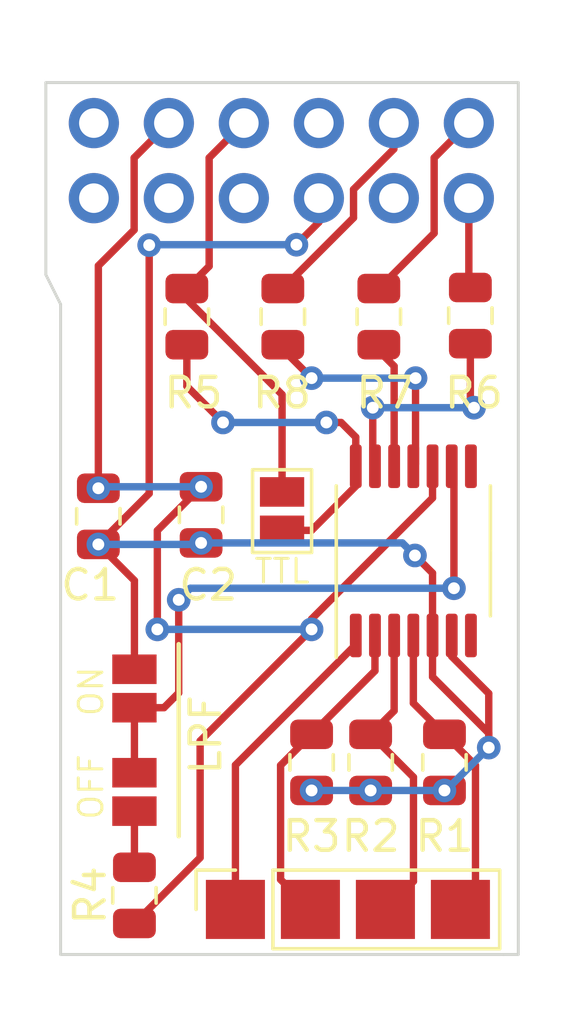
<source format=kicad_pcb>
(kicad_pcb (version 20221018) (generator pcbnew)
  (layers (0 "F.Cu" signal) (31 "B.Cu" signal) (34 "B.Paste" user) (35 "F.Paste" user) (36 "B.SilkS" user "B.Silkscreen") (37 "F.SilkS" user "F.Silkscreen") (38 "B.Mask" user) (39 "F.Mask" user) (44 "Edge.Cuts" user))
  (net 0 "")
  (net 1 "VCC")
  (net 2 "GND")
  (net 3 "/CSync")
  (net 4 "/R")
  (net 5 "/G")
  (net 6 "/B")
  (net 7 "/G'")
  (net 8 "/R'")
  (net 9 "/B'")
  (net 13 "/CSync'")
  (net 14 "Net-(JP2-B)")
  (net 16 "Net-(JP3-A)")
  (net 19 "Net-(JP1-B)")
  (net 20 "Net-(U1-CH2_OUT)")
  (net 21 "Net-(U1-CH3_OUT)")
  (net 22 "Net-(U1-CH4_OUT)")
  (footprint "Capacitor_SMD:C_0805_2012Metric" (layer "F.Cu") (at 128.778 84.1756 -90)
    (fp_text reference "C1" (at 2.3244 0.278 -180) (layer "F.SilkS"))
    (fp_text value "1uF")
    (fp_line (start -0.261252 -0.735) (end 0.261252 -0.735) (stroke (width 0.12)) (layer "F.SilkS"))
    (fp_line (start -0.261252 0.735) (end 0.261252 0.735) (stroke (width 0.12)) (layer "F.SilkS"))
    (pad "1" smd roundrect (at -0.95 0 270) (size 1 1.45) (layers "F.Cu" "F.Paste" "F.Mask") (net 1 "VCC"))
    (pad "2" smd roundrect (at 0.95 0 270) (size 1 1.45) (layers "F.Cu" "F.Paste" "F.Mask") (net 2 "GND"))
  )
  (footprint "Jumper:SolderJumper-2_P1.3mm_Open_Pad1.0x1.5mm" (layer "F.Cu") (at 130 93.5 -90)
    (fp_text reference "JP2" hide)
    (fp_text value "J_LPF_OFF")
    (pad "1" smd rect (at -0.65 0 270) (size 1 1.5) (layers "F.Cu" "F.Mask") (net 19 "Net-(JP1-B)"))
    (pad "2" smd rect (at 0.65 0 270) (size 1 1.5) (layers "F.Cu" "F.Mask") (net 14 "Net-(JP2-B)"))
  )
  (footprint "Package_SO:TSSOP-14_4.4x5mm_P0.65mm" (layer "F.Cu") (at 139.446 85.344 90)
    (fp_text reference "U1" hide)
    (fp_text value "THS7374")
    (fp_line (start 0 -2.61) (end -3.6 -2.61) (stroke (width 0.12)) (layer "F.SilkS"))
    (fp_line (start 0 -2.61) (end 2.2 -2.61) (stroke (width 0.12)) (layer "F.SilkS"))
    (fp_line (start 0 2.61) (end -2.2 2.61) (stroke (width 0.12)) (layer "F.SilkS"))
    (fp_line (start 0 2.61) (end 2.2 2.61) (stroke (width 0.12)) (layer "F.SilkS"))
    (pad "1" smd roundrect (at -2.8625 -1.95 90) (size 1.475 0.4) (layers "F.Cu" "F.Paste" "F.Mask") (net 3 "/CSync"))
    (pad "2" smd roundrect (at -2.8625 -1.3 90) (size 1.475 0.4) (layers "F.Cu" "F.Paste" "F.Mask") (net 4 "/R"))
    (pad "3" smd roundrect (at -2.8625 -0.65 90) (size 1.475 0.4) (layers "F.Cu" "F.Paste" "F.Mask") (net 5 "/G"))
    (pad "4" smd roundrect (at -2.8625 0 90) (size 1.475 0.4) (layers "F.Cu" "F.Paste" "F.Mask") (net 6 "/B"))
    (pad "5" smd roundrect (at -2.8625 0.65 90) (size 1.475 0.4) (layers "F.Cu" "F.Paste" "F.Mask") (net 2 "GND"))
    (pad "6" smd roundrect (at -2.8625 1.3 90) (size 1.475 0.4) (layers "F.Cu" "F.Paste" "F.Mask") (net 2 "GND"))
    (pad "7" smd roundrect (at -2.8625 1.95 90) (size 1.475 0.4) (layers "F.Cu" "F.Paste" "F.Mask"))
    (pad "8" smd roundrect (at 2.8625 1.95 90) (size 1.475 0.4) (layers "F.Cu" "F.Paste" "F.Mask"))
    (pad "9" smd roundrect (at 2.8625 1.3 90) (size 1.475 0.4) (layers "F.Cu" "F.Paste" "F.Mask") (net 19 "Net-(JP1-B)"))
    (pad "10" smd roundrect (at 2.8625 0.65 90) (size 1.475 0.4) (layers "F.Cu" "F.Paste" "F.Mask") (net 1 "VCC"))
    (pad "11" smd roundrect (at 2.8625 0 90) (size 1.475 0.4) (layers "F.Cu" "F.Paste" "F.Mask") (net 22 "Net-(U1-CH4_OUT)"))
    (pad "12" smd roundrect (at 2.8625 -0.65 90) (size 1.475 0.4) (layers "F.Cu" "F.Paste" "F.Mask") (net 21 "Net-(U1-CH3_OUT)"))
    (pad "13" smd roundrect (at 2.8625 -1.3 90) (size 1.475 0.4) (layers "F.Cu" "F.Paste" "F.Mask") (net 20 "Net-(U1-CH2_OUT)"))
    (pad "14" smd roundrect (at 2.8625 -1.95 90) (size 1.475 0.4) (layers "F.Cu" "F.Paste" "F.Mask") (net 16 "Net-(JP3-A)"))
  )
  (footprint "Capacitor_SMD:C_0805_2012Metric" (layer "F.Cu") (at 131.7752 77.4192 -90)
    (fp_text reference "R5" (at 2.5808 -0.2248 -180) (layer "F.SilkS"))
    (fp_text value "75")
    (fp_line (start -0.261252 -0.735) (end 0.261252 -0.735) (stroke (width 0.12)) (layer "F.SilkS"))
    (fp_line (start -0.261252 0.735) (end 0.261252 0.735) (stroke (width 0.12)) (layer "F.SilkS"))
    (pad "1" smd roundrect (at -0.95 0 270) (size 1 1.45) (layers "F.Cu" "F.Paste" "F.Mask") (net 13 "/CSync'"))
    (pad "2" smd roundrect (at 0.95 0 270) (size 1 1.45) (layers "F.Cu" "F.Paste" "F.Mask") (net 16 "Net-(JP3-A)"))
  )
  (footprint "Capacitor_SMD:C_0805_2012Metric" (layer "F.Cu") (at 130 97 -90)
    (fp_text reference "R4" (at 0 1.5 90) (layer "F.SilkS"))
    (fp_text value "10K")
    (fp_line (start -0.261252 -0.735) (end 0.261252 -0.735) (stroke (width 0.12)) (layer "F.SilkS"))
    (fp_line (start -0.261252 0.735) (end 0.261252 0.735) (stroke (width 0.12)) (layer "F.SilkS"))
    (pad "1" smd roundrect (at -0.95 0 270) (size 1 1.45) (layers "F.Cu" "F.Paste" "F.Mask") (net 14 "Net-(JP2-B)"))
    (pad "2" smd roundrect (at 0.95 0 270) (size 1 1.45) (layers "F.Cu" "F.Paste" "F.Mask") (net 1 "VCC"))
  )
  (footprint "Capacitor_SMD:C_0805_2012Metric" (layer "F.Cu") (at 136 92.5 90)
    (fp_text reference "R3" (at -2.5 0 180) (layer "F.SilkS"))
    (fp_text value "750")
    (fp_line (start -0.261252 -0.735) (end 0.261252 -0.735) (stroke (width 0.12)) (layer "F.SilkS"))
    (fp_line (start -0.261252 0.735) (end 0.261252 0.735) (stroke (width 0.12)) (layer "F.SilkS"))
    (pad "1" smd roundrect (at -0.95 0 90) (size 1 1.45) (layers "F.Cu" "F.Paste" "F.Mask") (net 2 "GND"))
    (pad "2" smd roundrect (at 0.95 0 90) (size 1 1.45) (layers "F.Cu" "F.Paste" "F.Mask") (net 4 "/R"))
  )
  (footprint "Connector_PinSocket_2.54mm:PinSocket_1x04_P2.54mm_Vertical" (layer "F.Cu") (at 133.42 97.475 90)
    (fp_text reference "J1" hide)
    (fp_text value "RGB_Input")
    (fp_line (start -1.33 1.27) (end -1.33 8.95) (stroke (width 0.12)) (layer "F.SilkS"))
    (fp_line (start -1.33 1.27) (end 1.33 1.27) (stroke (width 0.12)) (layer "F.SilkS"))
    (fp_line (start -1.33 8.95) (end 1.33 8.95) (stroke (width 0.12)) (layer "F.SilkS"))
    (fp_line (start 0 -1.33) (end 1.33 -1.33) (stroke (width 0.12)) (layer "F.SilkS"))
    (fp_line (start 1.33 -1.33) (end 1.33 0) (stroke (width 0.12)) (layer "F.SilkS"))
    (fp_line (start 1.33 1.27) (end 1.33 8.95) (stroke (width 0.12)) (layer "F.SilkS"))
    (pad "1" smd rect (at 0 0 90) (size 2 2) (layers "F.Cu" "F.Paste" "F.Mask") (net 3 "/CSync"))
    (pad "2" smd rect (at 0 2.54 90) (size 2 2) (layers "F.Cu" "F.Paste" "F.Mask") (net 4 "/R"))
    (pad "3" smd rect (at 0 5.08 90) (size 2 2) (layers "F.Cu" "F.Paste" "F.Mask") (net 5 "/G"))
    (pad "4" smd rect (at 0 7.62 90) (size 2 2) (layers "F.Cu" "F.Paste" "F.Mask") (net 6 "/B"))
  )
  (footprint "Jumper:SolderJumper-2_P1.3mm_Open_Pad1.0x1.5mm" (layer "F.Cu") (at 130 90 -90)
    (fp_text reference "JP1" hide)
    (fp_text value "J_LPF_ON")
    (pad "1" smd rect (at -0.65 0 270) (size 1 1.5) (layers "F.Cu" "F.Mask") (net 2 "GND"))
    (pad "2" smd rect (at 0.65 0 270) (size 1 1.5) (layers "F.Cu" "F.Mask") (net 19 "Net-(JP1-B)"))
  )
  (footprint "Capacitor_SMD:C_0805_2012Metric" (layer "F.Cu") (at 138 92.5 90)
    (fp_text reference "R2" (at -2.5 0 180) (layer "F.SilkS"))
    (fp_text value "750")
    (fp_line (start -0.261252 -0.735) (end 0.261252 -0.735) (stroke (width 0.12)) (layer "F.SilkS"))
    (fp_line (start -0.261252 0.735) (end 0.261252 0.735) (stroke (width 0.12)) (layer "F.SilkS"))
    (pad "1" smd roundrect (at -0.95 0 90) (size 1 1.45) (layers "F.Cu" "F.Paste" "F.Mask") (net 2 "GND"))
    (pad "2" smd roundrect (at 0.95 0 90) (size 1 1.45) (layers "F.Cu" "F.Paste" "F.Mask") (net 5 "/G"))
  )
  (footprint "Capacitor_SMD:C_0805_2012Metric" (layer "F.Cu") (at 138.2776 77.4192 -90)
    (fp_text reference "R7" (at 2.5808 -0.2224 -180) (layer "F.SilkS"))
    (fp_text value "75")
    (fp_line (start -0.261252 -0.735) (end 0.261252 -0.735) (stroke (width 0.12)) (layer "F.SilkS"))
    (fp_line (start -0.261252 0.735) (end 0.261252 0.735) (stroke (width 0.12)) (layer "F.SilkS"))
    (pad "1" smd roundrect (at -0.95 0 270) (size 1 1.45) (layers "F.Cu" "F.Paste" "F.Mask") (net 7 "/G'"))
    (pad "2" smd roundrect (at 0.95 0 270) (size 1 1.45) (layers "F.Cu" "F.Paste" "F.Mask") (net 21 "Net-(U1-CH3_OUT)"))
  )
  (footprint "Capacitor_SMD:C_0805_2012Metric" (layer "F.Cu") (at 135.0264 77.4192 -90)
    (fp_text reference "R8" (at 2.5808 0.0264 -180) (layer "F.SilkS"))
    (fp_text value "75")
    (fp_line (start -0.261252 -0.735) (end 0.261252 -0.735) (stroke (width 0.12)) (layer "F.SilkS"))
    (fp_line (start -0.261252 0.735) (end 0.261252 0.735) (stroke (width 0.12)) (layer "F.SilkS"))
    (pad "1" smd roundrect (at -0.95 0 270) (size 1 1.45) (layers "F.Cu" "F.Paste" "F.Mask") (net 9 "/B'"))
    (pad "2" smd roundrect (at 0.95 0 270) (size 1 1.45) (layers "F.Cu" "F.Paste" "F.Mask") (net 22 "Net-(U1-CH4_OUT)"))
  )
  (footprint "Capacitor_SMD:C_0805_2012Metric" (layer "F.Cu") (at 140.5 92.5 90)
    (fp_text reference "R1" (at -2.5 0 180) (layer "F.SilkS"))
    (fp_text value "750")
    (fp_line (start -0.261252 -0.735) (end 0.261252 -0.735) (stroke (width 0.12)) (layer "F.SilkS"))
    (fp_line (start -0.261252 0.735) (end 0.261252 0.735) (stroke (width 0.12)) (layer "F.SilkS"))
    (pad "1" smd roundrect (at -0.95 0 90) (size 1 1.45) (layers "F.Cu" "F.Paste" "F.Mask") (net 2 "GND"))
    (pad "2" smd roundrect (at 0.95 0 90) (size 1 1.45) (layers "F.Cu" "F.Paste" "F.Mask") (net 6 "/B"))
  )
  (footprint "Capacitor_SMD:C_0805_2012Metric" (layer "F.Cu") (at 141.3764 77.3836 -90)
    (fp_text reference "R6" (at 2.6164 -0.1236 -180) (layer "F.SilkS"))
    (fp_text value "75")
    (fp_line (start -0.261252 -0.735) (end 0.261252 -0.735) (stroke (width 0.12)) (layer "F.SilkS"))
    (fp_line (start -0.261252 0.735) (end 0.261252 0.735) (stroke (width 0.12)) (layer "F.SilkS"))
    (pad "1" smd roundrect (at -0.95 0 270) (size 1 1.45) (layers "F.Cu" "F.Paste" "F.Mask") (net 8 "/R'"))
    (pad "2" smd roundrect (at 0.95 0 270) (size 1 1.45) (layers "F.Cu" "F.Paste" "F.Mask") (net 20 "Net-(U1-CH2_OUT)"))
  )
  (footprint "Jumper:SolderJumper-2_P1.3mm_Open_Pad1.0x1.5mm" (layer "F.Cu") (at 135 84 90)
    (fp_text reference "JP3" hide)
    (fp_text value "J_TTL")
    (fp_line (start -1.4 -1) (end 1.4 -1) (stroke (width 0.12)) (layer "F.SilkS"))
    (fp_line (start -1.4 1) (end -1.4 -1) (stroke (width 0.12)) (layer "F.SilkS"))
    (fp_line (start 1.4 -1) (end 1.4 1) (stroke (width 0.12)) (layer "F.SilkS"))
    (fp_line (start 1.4 1) (end -1.4 1) (stroke (width 0.12)) (layer "F.SilkS"))
    (pad "1" smd rect (at -0.65 0 90) (size 1 1.5) (layers "F.Cu" "F.Mask") (net 16 "Net-(JP3-A)"))
    (pad "2" smd rect (at 0.65 0 90) (size 1 1.5) (layers "F.Cu" "F.Mask") (net 13 "/CSync'"))
  )
  (footprint "Capacitor_SMD:C_0805_2012Metric" (layer "F.Cu") (at 132.2578 84.1248 -90)
    (fp_text reference "C2" (at 2.3752 -0.2422 -180) (layer "F.SilkS"))
    (fp_text value "0.1uF")
    (fp_line (start -0.261252 -0.735) (end 0.261252 -0.735) (stroke (width 0.12)) (layer "F.SilkS"))
    (fp_line (start -0.261252 0.735) (end 0.261252 0.735) (stroke (width 0.12)) (layer "F.SilkS"))
    (pad "1" smd roundrect (at -0.95 0 270) (size 1 1.45) (layers "F.Cu" "F.Paste" "F.Mask") (net 1 "VCC"))
    (pad "2" smd roundrect (at 0.95 0 270) (size 1 1.45) (layers "F.Cu" "F.Paste" "F.Mask") (net 2 "GND"))
  )
  (footprint "Connector_PinHeader_2.54mm:PinHeader_2x06_P2.54mm_Vertical" (layer "B.Cu") (at 141.3256 73.411 90)
    (fp_text reference "J2" hide)
    (fp_text value "SNES Multiout")
    (pad "1" thru_hole circle (at 0 0 90) (size 1.7 1.7) (drill 1) (layers "*.Cu" "*.Mask") (net 8 "/R'"))
    (pad "2" thru_hole oval (at 2.54 0 90) (size 1.7 1.7) (drill 1) (layers "*.Cu" "*.Mask") (net 7 "/G'"))
    (pad "3" thru_hole oval (at 0 -2.54 90) (size 1.7 1.7) (drill 1) (layers "*.Cu" "*.Mask"))
    (pad "4" thru_hole oval (at 2.54 -2.54 90) (size 1.7 1.7) (drill 1) (layers "*.Cu" "*.Mask") (net 9 "/B'"))
    (pad "5" thru_hole oval (at 0 -5.08 90) (size 1.7 1.7) (drill 1) (layers "*.Cu" "*.Mask") (net 2 "GND"))
    (pad "6" thru_hole oval (at 2.54 -5.08 90) (size 1.7 1.7) (drill 1) (layers "*.Cu" "*.Mask"))
    (pad "7" thru_hole oval (at 0 -7.62 90) (size 1.7 1.7) (drill 1) (layers "*.Cu" "*.Mask"))
    (pad "8" thru_hole oval (at 2.54 -7.62 90) (size 1.7 1.7) (drill 1) (layers "*.Cu" "*.Mask") (net 13 "/CSync'"))
    (pad "9" thru_hole oval (at 0 -10.16 90) (size 1.7 1.7) (drill 1) (layers "*.Cu" "*.Mask"))
    (pad "10" thru_hole oval (at 2.54 -10.16 90) (size 1.7 1.7) (drill 1) (layers "*.Cu" "*.Mask") (net 1 "VCC"))
    (pad "11" thru_hole oval (at 0 -12.7 90) (size 1.7 1.7) (drill 1) (layers "*.Cu" "*.Mask"))
    (pad "12" thru_hole oval (at 2.54 -12.7 90) (size 1.7 1.7) (drill 1) (layers "*.Cu" "*.Mask"))
  )
  (gr_line (start 131.5 88.5) (end 131.5 95) (stroke (width 0.15)) (layer "F.SilkS"))
  (gr_line (start 142.5 99) (end 127.5 99) (stroke (width 0.1)) (layer "Edge.Cuts"))
  (gr_line (start 127 76) (end 127.5 77) (stroke (width 0.1)) (layer "Edge.Cuts"))
  (gr_line (start 127 69.5) (end 127 76) (stroke (width 0.1)) (layer "Edge.Cuts"))
  (gr_line (start 143 69.5) (end 143 99) (stroke (width 0.1)) (layer "Edge.Cuts"))
  (gr_line (start 127 69.5) (end 143 69.5) (stroke (width 0.1)) (layer "Edge.Cuts"))
  (gr_line (start 143 99) (end 142.5 99) (stroke (width 0.1)) (layer "Edge.Cuts"))
  (gr_line (start 127.5 77) (end 127.5 99) (stroke (width 0.1)) (layer "Edge.Cuts"))
  (gr_text "TTL" (at 134 86.5) (layer "F.SilkS") (effects (font (size 0.8 0.8) (thickness 0.1) bold) (justify left bottom)))
  (gr_text "ON" (at 129 91 90) (layer "F.SilkS") (effects (font (size 0.8 0.8) (thickness 0.1) bold) (justify left bottom)))
  (gr_text "LPF" (at 133 93 90) (layer "F.SilkS") (effects (font (size 1 1)) (justify left bottom)))
  (gr_text "OFF" (at 129 94.5 90) (layer "F.SilkS") (effects (font (size 0.8 0.8) (thickness 0.1) bold) (justify left bottom)))
  (segment (start 131.1656 70.871) (end 129.9906 72.046) (width 0.25) (layer "F.Cu") (net 1))
  (segment (start 132.2578 83.1748) (end 130.7755 84.6571) (width 0.25) (layer "F.Cu") (net 1))
  (segment (start 129.9906 74.484095) (end 128.778 75.696695) (width 0.25) (layer "F.Cu") (net 1))
  (segment (start 128.778 75.696695) (end 128.778 83) (width 0.25) (layer "F.Cu") (net 1))
  (segment (start 130.7755 84.6571) (end 130.7755 88) (width 0.25) (layer "F.Cu") (net 1))
  (segment (start 140.096 83.554484) (end 136 87.650484) (width 0.25) (layer "F.Cu") (net 1))
  (segment (start 129.9906 72.046) (end 129.9906 74.484095) (width 0.25) (layer "F.Cu") (net 1))
  (segment (start 140.096 82.4815) (end 140.096 83.554484) (width 0.25) (layer "F.Cu") (net 1))
  (segment (start 128.778 83.2256) (end 128.778 83) (width 0.25) (layer "F.Cu") (net 1))
  (segment (start 136 87.650484) (end 136 88) (width 0.25) (layer "F.Cu") (net 1))
  (segment (start 132.225 91.775) (end 136 88) (width 0.25) (layer "F.Cu") (net 1))
  (segment (start 130 97.95) (end 132.225 95.725) (width 0.25) (layer "F.Cu") (net 1))
  (segment (start 132.225 95.725) (end 132.225 91.775) (width 0.25) (layer "F.Cu") (net 1))
  (via (at 132.2578 83.1748) (size 0.8) (drill 0.4) (layers "F.Cu" "B.Cu") (net 1))
  (via (at 136 88) (size 0.8) (drill 0.4) (layers "F.Cu" "B.Cu") (net 1))
  (via (at 130.7755 88) (size 0.8) (drill 0.4) (layers "F.Cu" "B.Cu") (net 1))
  (via (at 128.778 83.2256) (size 0.8) (drill 0.4) (layers "F.Cu" "B.Cu") (net 1))
  (segment (start 130.7755 88) (end 136 88) (width 0.25) (layer "B.Cu") (net 1))
  (segment (start 128.8288 83.1748) (end 132.2578 83.1748) (width 0.25) (layer "B.Cu") (net 1))
  (segment (start 128.778 83.2256) (end 128.8288 83.1748) (width 0.25) (layer "B.Cu") (net 1))
  (segment (start 140.096 86.096) (end 140.096 88.2065) (width 0.25) (layer "F.Cu") (net 2))
  (segment (start 139.5 85.5) (end 140.096 86.096) (width 0.25) (layer "F.Cu") (net 2))
  (segment (start 142 91.511827) (end 140.096 89.607827) (width 0.25) (layer "F.Cu") (net 2))
  (segment (start 140.096 89.607827) (end 140.096 88.2065) (width 0.25) (layer "F.Cu") (net 2))
  (segment (start 142 92) (end 142 91.511827) (width 0.25) (layer "F.Cu") (net 2))
  (segment (start 130.5 83.4036) (end 128.778 85.1256) (width 0.25) (layer "F.Cu") (net 2))
  (segment (start 136.2456 73.411) (end 136.2456 74.225402) (width 0.25) (layer "F.Cu") (net 2))
  (segment (start 130.5 75) (end 130.5 83.4036) (width 0.25) (layer "F.Cu") (net 2))
  (segment (start 142 90.169) (end 141.9155 90.0845) (width 0.25) (layer "F.Cu") (net 2))
  (segment (start 136.2456 74.225402) (end 135.485501 74.985501) (width 0.25) (layer "F.Cu") (net 2))
  (segment (start 130 89.35) (end 130 86.3476) (width 0.25) (layer "F.Cu") (net 2))
  (segment (start 130 86.3476) (end 128.778 85.1256) (width 0.25) (layer "F.Cu") (net 2))
  (segment (start 140.746 88.915) (end 140.746 88.2065) (width 0.25) (layer "F.Cu") (net 2))
  (segment (start 142 90.169) (end 142 92) (width 0.25) (layer "F.Cu") (net 2))
  (segment (start 141.9155 90.0845) (end 140.746 88.915) (width 0.25) (layer "F.Cu") (net 2))
  (via (at 142 92) (size 0.8) (drill 0.4) (layers "F.Cu" "B.Cu") (net 2))
  (via (at 132.2578 85.0748) (size 0.8) (drill 0.4) (layers "F.Cu" "B.Cu") (net 2))
  (via (at 139.5 85.5) (size 0.8) (drill 0.4) (layers "F.Cu" "B.Cu") (net 2))
  (via (at 138 93.45) (size 0.8) (drill 0.4) (layers "F.Cu" "B.Cu") (net 2))
  (via (at 135.485501 74.985501) (size 0.8) (drill 0.4) (layers "F.Cu" "B.Cu") (net 2))
  (via (at 128.778 85.1256) (size 0.8) (drill 0.4) (layers "F.Cu" "B.Cu") (net 2))
  (via (at 130.5 75) (size 0.8) (drill 0.4) (layers "F.Cu" "B.Cu") (net 2))
  (via (at 140.5 93.45) (size 0.8) (drill 0.4) (layers "F.Cu" "B.Cu") (net 2))
  (via (at 136 93.45) (size 0.8) (drill 0.4) (layers "F.Cu" "B.Cu") (net 2))
  (segment (start 138 93.45) (end 136 93.45) (width 0.25) (layer "B.Cu") (net 2))
  (segment (start 140.5 93.45) (end 138 93.45) (width 0.25) (layer "B.Cu") (net 2))
  (segment (start 142 92) (end 140.5 93.5) (width 0.25) (layer "B.Cu") (net 2))
  (segment (start 130.514499 74.985501) (end 130.5 75) (width 0.25) (layer "B.Cu") (net 2))
  (segment (start 132.2578 85.0748) (end 139.0748 85.0748) (width 0.25) (layer "B.Cu") (net 2))
  (segment (start 135.485501 74.985501) (end 130.514499 74.985501) (width 0.25) (layer "B.Cu") (net 2))
  (segment (start 139.0748 85.0748) (end 139.5 85.5) (width 0.25) (layer "B.Cu") (net 2))
  (segment (start 128.778 85.1256) (end 132.207 85.1256) (width 0.25) (layer "B.Cu") (net 2))
  (segment (start 132.207 85.1256) (end 132.2578 85.0748) (width 0.25) (layer "B.Cu") (net 2))
  (segment (start 133.42 97.475) (end 133.42 92.591827) (width 0.25) (layer "F.Cu") (net 3))
  (segment (start 137.496 88.515827) (end 137.496 88.2065) (width 0.25) (layer "F.Cu") (net 3))
  (segment (start 133.42 92.591827) (end 137.496 88.515827) (width 0.25) (layer "F.Cu") (net 3))
  (segment (start 138.146 88.2065) (end 138.146 89.404) (width 0.25) (layer "F.Cu") (net 4))
  (segment (start 136 91.55) (end 134.95 92.6) (width 0.25) (layer "F.Cu") (net 4))
  (segment (start 138.146 89.404) (end 136 91.55) (width 0.25) (layer "F.Cu") (net 4))
  (segment (start 134.95 96.465) (end 135.96 97.475) (width 0.25) (layer "F.Cu") (net 4))
  (segment (start 134.95 92.6) (end 134.95 96.465) (width 0.25) (layer "F.Cu") (net 4))
  (segment (start 138.796 90.754) (end 138.796 88.2065) (width 0.25) (layer "F.Cu") (net 5))
  (segment (start 138 91.55) (end 138.796 90.754) (width 0.25) (layer "F.Cu") (net 5))
  (segment (start 139.45 93) (end 139.45 96.525) (width 0.25) (layer "F.Cu") (net 5))
  (segment (start 138 91.55) (end 139.45 93) (width 0.25) (layer "F.Cu") (net 5))
  (segment (start 139.45 96.525) (end 138.5 97.475) (width 0.25) (layer "F.Cu") (net 5))
  (segment (start 140.5 91.55) (end 141.55 92.6) (width 0.25) (layer "F.Cu") (net 6))
  (segment (start 139.446 90.496) (end 139.446 88.2065) (width 0.25) (layer "F.Cu") (net 6))
  (segment (start 140.5 91.55) (end 139.446 90.496) (width 0.25) (layer "F.Cu") (net 6))
  (segment (start 141.55 96.965) (end 141.04 97.475) (width 0.25) (layer "F.Cu") (net 6))
  (segment (start 141.55 92.6) (end 141.55 96.965) (width 0.25) (layer "F.Cu") (net 6))
  (segment (start 140.1506 72.046) (end 140.1506 74.5962) (width 0.25) (layer "F.Cu") (net 7))
  (segment (start 141.3256 70.871) (end 140.1506 72.046) (width 0.25) (layer "F.Cu") (net 7))
  (segment (start 140.1506 74.5962) (end 138.2776 76.4692) (width 0.25) (layer "F.Cu") (net 7))
  (segment (start 141.3256 76.3828) (end 141.3764 76.4336) (width 0.25) (layer "F.Cu") (net 8))
  (segment (start 141.3256 73.411) (end 141.3256 76.3828) (width 0.25) (layer "F.Cu") (net 8))
  (segment (start 137.4206 74.075) (end 135.0264 76.4692) (width 0.25) (layer "F.Cu") (net 9))
  (segment (start 138.7856 70.871) (end 138.7856 71.749299) (width 0.25) (layer "F.Cu") (net 9))
  (segment (start 138.7856 71.749299) (end 137.4206 73.114299) (width 0.25) (layer "F.Cu") (net 9))
  (segment (start 137.4206 73.114299) (end 137.4206 74.075) (width 0.25) (layer "F.Cu") (net 9))
  (segment (start 135 83.35) (end 135 80.055827) (width 0.25) (layer "F.Cu") (net 13))
  (segment (start 131.7752 76.831027) (end 131.7752 76.4692) (width 0.25) (layer "F.Cu") (net 13))
  (segment (start 132.5306 72.046) (end 132.5306 75.7138) (width 0.25) (layer "F.Cu") (net 13))
  (segment (start 133.7056 70.871) (end 132.5306 72.046) (width 0.25) (layer "F.Cu") (net 13))
  (segment (start 135 80.055827) (end 131.7752 76.831027) (width 0.25) (layer "F.Cu") (net 13))
  (segment (start 132.5306 75.7138) (end 131.7752 76.4692) (width 0.25) (layer "F.Cu") (net 13))
  (segment (start 130 94.15) (end 130 96.05) (width 0.25) (layer "F.Cu") (net 14))
  (segment (start 131.7752 78.3692) (end 131.7752 79.7752) (width 0.25) (layer "F.Cu") (net 16))
  (segment (start 137.496 83.154) (end 136 84.65) (width 0.25) (layer "F.Cu") (net 16))
  (segment (start 136 84.65) (end 135 84.65) (width 0.25) (layer "F.Cu") (net 16))
  (segment (start 137.496 81.496) (end 137 81) (width 0.25) (layer "F.Cu") (net 16))
  (segment (start 137.496 82.4815) (end 137.496 83.154) (width 0.25) (layer "F.Cu") (net 16))
  (segment (start 137 81) (end 136.5 81) (width 0.25) (layer "F.Cu") (net 16))
  (segment (start 137.496 82.4815) (end 137.496 81.496) (width 0.25) (layer "F.Cu") (net 16))
  (segment (start 131.7752 79.7752) (end 133 81) (width 0.25) (layer "F.Cu") (net 16))
  (via (at 133 81) (size 0.8) (drill 0.4) (layers "F.Cu" "B.Cu") (net 16))
  (via (at 136.5 81) (size 0.8) (drill 0.4) (layers "F.Cu" "B.Cu") (net 16))
  (segment (start 133 81) (end 136.5 81) (width 0.25) (layer "B.Cu") (net 16))
  (segment (start 140.746 82.4815) (end 140.8205 82.556) (width 0.25) (layer "F.Cu") (net 19))
  (segment (start 130 92.85) (end 130 90.65) (width 0.25) (layer "F.Cu") (net 19))
  (segment (start 131.5 90.15) (end 131 90.65) (width 0.25) (layer "F.Cu") (net 19))
  (segment (start 131.5 87) (end 131.5 90.15) (width 0.25) (layer "F.Cu") (net 19))
  (segment (start 140.8205 82.556) (end 140.8205 86.608299) (width 0.25) (layer "F.Cu") (net 19))
  (segment (start 131 90.65) (end 130 90.65) (width 0.25) (layer "F.Cu") (net 19))
  (via (at 140.8205 86.608299) (size 0.8) (drill 0.4) (layers "F.Cu" "B.Cu") (net 19))
  (via (at 131.5 87) (size 0.8) (drill 0.4) (layers "F.Cu" "B.Cu") (net 19))
  (segment (start 140.8205 86.608299) (end 131.891701 86.608299) (width 0.25) (layer "B.Cu") (net 19))
  (segment (start 131.891701 86.608299) (end 131.5 87) (width 0.25) (layer "B.Cu") (net 19))
  (segment (start 138.0715 80.5) (end 138.0715 82.407) (width 0.25) (layer "F.Cu") (net 20))
  (segment (start 138.0715 82.407) (end 138.146 82.4815) (width 0.25) (layer "F.Cu") (net 20))
  (segment (start 141.3764 80.3764) (end 141.5 80.5) (width 0.25) (layer "F.Cu") (net 20))
  (segment (start 141.3764 78.3336) (end 141.3764 80.3764) (width 0.25) (layer "F.Cu") (net 20))
  (via (at 138.0715 80.5) (size 0.8) (drill 0.4) (layers "F.Cu" "B.Cu") (net 20))
  (via (at 141.5 80.5) (size 0.8) (drill 0.4) (layers "F.Cu" "B.Cu") (net 20))
  (segment (start 141.5 80.5) (end 138.0715 80.5) (width 0.25) (layer "B.Cu") (net 20))
  (segment (start 138.2776 78.3692) (end 138.2776 78.576641) (width 0.25) (layer "F.Cu") (net 21))
  (segment (start 138.796 79.095041) (end 138.796 82.4815) (width 0.25) (layer "F.Cu") (net 21))
  (segment (start 138.2776 78.576641) (end 138.796 79.095041) (width 0.25) (layer "F.Cu") (net 21))
  (segment (start 139.5205 79.5) (end 139.5205 82.407) (width 0.25) (layer "F.Cu") (net 22))
  (segment (start 135.0264 78.4736) (end 135 78.5) (width 0.25) (layer "F.Cu") (net 22))
  (segment (start 135.0264 78.5264) (end 136 79.5) (width 0.25) (layer "F.Cu") (net 22))
  (segment (start 135.0264 78.3692) (end 135.0264 78.4736) (width 0.25) (layer "F.Cu") (net 22))
  (segment (start 135.0264 78.3692) (end 135.0264 78.5264) (width 0.25) (layer "F.Cu") (net 22))
  (segment (start 139.5205 82.407) (end 139.446 82.4815) (width 0.25) (layer "F.Cu") (net 22))
  (via (at 139.5205 79.5) (size 0.8) (drill 0.4) (layers "F.Cu" "B.Cu") (net 22))
  (via (at 136 79.5) (size 0.8) (drill 0.4) (layers "F.Cu" "B.Cu") (net 22))
  (segment (start 136 79.5) (end 139.5205 79.5) (width 0.25) (layer "B.Cu") (net 22))
)
</source>
